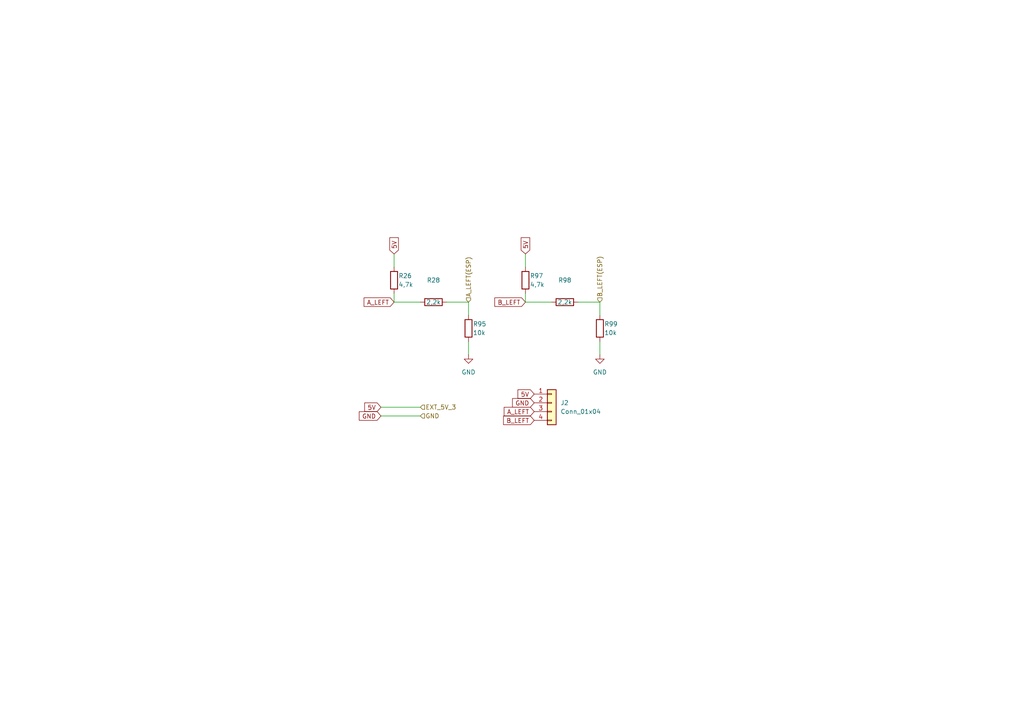
<source format=kicad_sch>
(kicad_sch (version 20230121) (generator eeschema)

  (uuid 748de521-c616-489d-91ba-4f2e48e8770b)

  (paper "A4")

  (title_block
    (rev "1")
  )

  (lib_symbols
    (symbol "Connector_Generic:Conn_01x04" (pin_names (offset 1.016) hide) (in_bom yes) (on_board yes)
      (property "Reference" "J" (at 0 5.08 0)
        (effects (font (size 1.27 1.27)))
      )
      (property "Value" "Conn_01x04" (at 0 -7.62 0)
        (effects (font (size 1.27 1.27)))
      )
      (property "Footprint" "" (at 0 0 0)
        (effects (font (size 1.27 1.27)) hide)
      )
      (property "Datasheet" "~" (at 0 0 0)
        (effects (font (size 1.27 1.27)) hide)
      )
      (property "ki_keywords" "connector" (at 0 0 0)
        (effects (font (size 1.27 1.27)) hide)
      )
      (property "ki_description" "Generic connector, single row, 01x04, script generated (kicad-library-utils/schlib/autogen/connector/)" (at 0 0 0)
        (effects (font (size 1.27 1.27)) hide)
      )
      (property "ki_fp_filters" "Connector*:*_1x??_*" (at 0 0 0)
        (effects (font (size 1.27 1.27)) hide)
      )
      (symbol "Conn_01x04_1_1"
        (rectangle (start -1.27 -4.953) (end 0 -5.207)
          (stroke (width 0.1524) (type default))
          (fill (type none))
        )
        (rectangle (start -1.27 -2.413) (end 0 -2.667)
          (stroke (width 0.1524) (type default))
          (fill (type none))
        )
        (rectangle (start -1.27 0.127) (end 0 -0.127)
          (stroke (width 0.1524) (type default))
          (fill (type none))
        )
        (rectangle (start -1.27 2.667) (end 0 2.413)
          (stroke (width 0.1524) (type default))
          (fill (type none))
        )
        (rectangle (start -1.27 3.81) (end 1.27 -6.35)
          (stroke (width 0.254) (type default))
          (fill (type background))
        )
        (pin passive line (at -5.08 2.54 0) (length 3.81)
          (name "Pin_1" (effects (font (size 1.27 1.27))))
          (number "1" (effects (font (size 1.27 1.27))))
        )
        (pin passive line (at -5.08 0 0) (length 3.81)
          (name "Pin_2" (effects (font (size 1.27 1.27))))
          (number "2" (effects (font (size 1.27 1.27))))
        )
        (pin passive line (at -5.08 -2.54 0) (length 3.81)
          (name "Pin_3" (effects (font (size 1.27 1.27))))
          (number "3" (effects (font (size 1.27 1.27))))
        )
        (pin passive line (at -5.08 -5.08 0) (length 3.81)
          (name "Pin_4" (effects (font (size 1.27 1.27))))
          (number "4" (effects (font (size 1.27 1.27))))
        )
      )
    )
    (symbol "Device:R" (pin_numbers hide) (pin_names (offset 0)) (in_bom yes) (on_board yes)
      (property "Reference" "R" (at 2.032 0 90)
        (effects (font (size 1.27 1.27)))
      )
      (property "Value" "R" (at 0 0 90)
        (effects (font (size 1.27 1.27)))
      )
      (property "Footprint" "" (at -1.778 0 90)
        (effects (font (size 1.27 1.27)) hide)
      )
      (property "Datasheet" "~" (at 0 0 0)
        (effects (font (size 1.27 1.27)) hide)
      )
      (property "ki_keywords" "R res resistor" (at 0 0 0)
        (effects (font (size 1.27 1.27)) hide)
      )
      (property "ki_description" "Resistor" (at 0 0 0)
        (effects (font (size 1.27 1.27)) hide)
      )
      (property "ki_fp_filters" "R_*" (at 0 0 0)
        (effects (font (size 1.27 1.27)) hide)
      )
      (symbol "R_0_1"
        (rectangle (start -1.016 -2.54) (end 1.016 2.54)
          (stroke (width 0.254) (type default))
          (fill (type none))
        )
      )
      (symbol "R_1_1"
        (pin passive line (at 0 3.81 270) (length 1.27)
          (name "~" (effects (font (size 1.27 1.27))))
          (number "1" (effects (font (size 1.27 1.27))))
        )
        (pin passive line (at 0 -3.81 90) (length 1.27)
          (name "~" (effects (font (size 1.27 1.27))))
          (number "2" (effects (font (size 1.27 1.27))))
        )
      )
    )
    (symbol "power:GND" (power) (pin_names (offset 0)) (in_bom yes) (on_board yes)
      (property "Reference" "#PWR" (at 0 -6.35 0)
        (effects (font (size 1.27 1.27)) hide)
      )
      (property "Value" "GND" (at 0 -3.81 0)
        (effects (font (size 1.27 1.27)))
      )
      (property "Footprint" "" (at 0 0 0)
        (effects (font (size 1.27 1.27)) hide)
      )
      (property "Datasheet" "" (at 0 0 0)
        (effects (font (size 1.27 1.27)) hide)
      )
      (property "ki_keywords" "global power" (at 0 0 0)
        (effects (font (size 1.27 1.27)) hide)
      )
      (property "ki_description" "Power symbol creates a global label with name \"GND\" , ground" (at 0 0 0)
        (effects (font (size 1.27 1.27)) hide)
      )
      (symbol "GND_0_1"
        (polyline
          (pts
            (xy 0 0)
            (xy 0 -1.27)
            (xy 1.27 -1.27)
            (xy 0 -2.54)
            (xy -1.27 -1.27)
            (xy 0 -1.27)
          )
          (stroke (width 0) (type default))
          (fill (type none))
        )
      )
      (symbol "GND_1_1"
        (pin power_in line (at 0 0 270) (length 0) hide
          (name "GND" (effects (font (size 1.27 1.27))))
          (number "1" (effects (font (size 1.27 1.27))))
        )
      )
    )
  )


  (wire (pts (xy 114.3 73.66) (xy 114.3 77.47))
    (stroke (width 0) (type default))
    (uuid 0443fb02-a255-42e7-8488-ebb7752c09a9)
  )
  (wire (pts (xy 173.99 87.63) (xy 173.99 91.44))
    (stroke (width 0) (type default))
    (uuid 04de106c-3fb7-43c9-aab3-64a99f56ea0e)
  )
  (wire (pts (xy 152.4 87.63) (xy 160.02 87.63))
    (stroke (width 0) (type default))
    (uuid 1d63a295-ab06-4090-a474-ec6b1ae4cc40)
  )
  (wire (pts (xy 152.4 85.09) (xy 152.4 87.63))
    (stroke (width 0) (type default))
    (uuid 30cc6037-563c-4a08-b69b-26aa62553d9e)
  )
  (wire (pts (xy 110.49 120.65) (xy 121.92 120.65))
    (stroke (width 0) (type default))
    (uuid 3ca18474-fc55-4858-945e-67d4bf833455)
  )
  (wire (pts (xy 129.54 87.63) (xy 135.89 87.63))
    (stroke (width 0) (type default))
    (uuid 6faf81ed-16ad-48f1-abad-20999fb6f3fc)
  )
  (wire (pts (xy 152.4 73.66) (xy 152.4 77.47))
    (stroke (width 0) (type default))
    (uuid 71e61cae-b9b5-40d0-8a28-111b71ff1ad0)
  )
  (wire (pts (xy 135.89 99.06) (xy 135.89 102.87))
    (stroke (width 0) (type default))
    (uuid 7ab17615-c5c4-4dc8-8e4d-621e57ffcff5)
  )
  (wire (pts (xy 114.3 87.63) (xy 121.92 87.63))
    (stroke (width 0) (type default))
    (uuid 928de737-5d48-4020-8a52-def68426a3a2)
  )
  (wire (pts (xy 167.64 87.63) (xy 173.99 87.63))
    (stroke (width 0) (type default))
    (uuid a15667a0-b4b2-4201-b669-9050ea63ad20)
  )
  (wire (pts (xy 110.49 118.11) (xy 121.92 118.11))
    (stroke (width 0) (type default))
    (uuid d9af370e-22f6-4826-8c99-a867623b0081)
  )
  (wire (pts (xy 135.89 87.63) (xy 135.89 91.44))
    (stroke (width 0) (type default))
    (uuid db2c68a1-4f78-42be-a6c5-46a1d4915b9c)
  )
  (wire (pts (xy 114.3 85.09) (xy 114.3 87.63))
    (stroke (width 0) (type default))
    (uuid ea1533cd-1aa1-4d9c-8b4d-f622b81c60c5)
  )
  (wire (pts (xy 173.99 99.06) (xy 173.99 102.87))
    (stroke (width 0) (type default))
    (uuid fb602e5d-79f5-4b50-a639-6ff97d02a581)
  )

  (global_label "A_LEFT" (shape input) (at 154.94 119.38 180) (fields_autoplaced)
    (effects (font (size 1.27 1.27)) (justify right))
    (uuid 0e79fe52-1396-4f3c-9cc4-ad232c11e7ec)
    (property "Intersheetrefs" "${INTERSHEET_REFS}" (at 145.6653 119.38 0)
      (effects (font (size 1.27 1.27)) (justify right) hide)
    )
  )
  (global_label "5V" (shape input) (at 152.4 73.66 90) (fields_autoplaced)
    (effects (font (size 1.27 1.27)) (justify left))
    (uuid 1c2cd18f-41fa-4dfb-95f5-a8d57fdc5b82)
    (property "Intersheetrefs" "${INTERSHEET_REFS}" (at 152.4 68.3767 90)
      (effects (font (size 1.27 1.27)) (justify left) hide)
    )
  )
  (global_label "5V" (shape input) (at 110.49 118.11 180) (fields_autoplaced)
    (effects (font (size 1.27 1.27)) (justify right))
    (uuid 22788313-2d5d-45aa-9207-70d600c49752)
    (property "Intersheetrefs" "${INTERSHEET_REFS}" (at 105.2067 118.11 0)
      (effects (font (size 1.27 1.27)) (justify right) hide)
    )
  )
  (global_label "5V" (shape input) (at 114.3 73.66 90) (fields_autoplaced)
    (effects (font (size 1.27 1.27)) (justify left))
    (uuid 8b29737c-9534-4a6f-a10b-33664ae34f17)
    (property "Intersheetrefs" "${INTERSHEET_REFS}" (at 114.3 68.3767 90)
      (effects (font (size 1.27 1.27)) (justify left) hide)
    )
  )
  (global_label "GND" (shape input) (at 110.49 120.65 180) (fields_autoplaced)
    (effects (font (size 1.27 1.27)) (justify right))
    (uuid ab1f6dc7-8095-4028-973a-eef7c652dae5)
    (property "Intersheetrefs" "${INTERSHEET_REFS}" (at 103.6343 120.65 0)
      (effects (font (size 1.27 1.27)) (justify right) hide)
    )
  )
  (global_label "B_LEFT" (shape input) (at 154.94 121.92 180) (fields_autoplaced)
    (effects (font (size 1.27 1.27)) (justify right))
    (uuid bc3c0ac9-5f38-4a22-b2fa-fdf81d693434)
    (property "Intersheetrefs" "${INTERSHEET_REFS}" (at 145.4839 121.92 0)
      (effects (font (size 1.27 1.27)) (justify right) hide)
    )
  )
  (global_label "GND" (shape input) (at 154.94 116.84 180) (fields_autoplaced)
    (effects (font (size 1.27 1.27)) (justify right))
    (uuid c27021c4-27ca-43db-a8cf-c3256bf596b5)
    (property "Intersheetrefs" "${INTERSHEET_REFS}" (at 148.0843 116.84 0)
      (effects (font (size 1.27 1.27)) (justify right) hide)
    )
  )
  (global_label "B_LEFT" (shape input) (at 152.4 87.63 180) (fields_autoplaced)
    (effects (font (size 1.27 1.27)) (justify right))
    (uuid ce6af158-90c5-4b0f-bee5-ed7382a81349)
    (property "Intersheetrefs" "${INTERSHEET_REFS}" (at 142.9439 87.63 0)
      (effects (font (size 1.27 1.27)) (justify right) hide)
    )
  )
  (global_label "5V" (shape input) (at 154.94 114.3 180) (fields_autoplaced)
    (effects (font (size 1.27 1.27)) (justify right))
    (uuid e09fdc90-179d-4c48-8238-e683a0b48766)
    (property "Intersheetrefs" "${INTERSHEET_REFS}" (at 149.6567 114.3 0)
      (effects (font (size 1.27 1.27)) (justify right) hide)
    )
  )
  (global_label "A_LEFT" (shape input) (at 114.3 87.63 180) (fields_autoplaced)
    (effects (font (size 1.27 1.27)) (justify right))
    (uuid fb89df03-4af2-41fe-a186-117558577312)
    (property "Intersheetrefs" "${INTERSHEET_REFS}" (at 105.0253 87.63 0)
      (effects (font (size 1.27 1.27)) (justify right) hide)
    )
  )

  (hierarchical_label "EXT_5V_3" (shape input) (at 121.92 118.11 0) (fields_autoplaced)
    (effects (font (size 1.27 1.27)) (justify left))
    (uuid 1e435006-581f-477f-b115-cb97faf133e1)
  )
  (hierarchical_label "GND" (shape input) (at 121.92 120.65 0) (fields_autoplaced)
    (effects (font (size 1.27 1.27)) (justify left))
    (uuid 6dd1343c-3917-465a-9f46-02aa36f38d8b)
  )
  (hierarchical_label "A_LEFT(ESP)" (shape input) (at 135.89 87.63 90) (fields_autoplaced)
    (effects (font (size 1.27 1.27)) (justify left))
    (uuid 80ba469e-ff62-476d-866a-2aefee6aaaad)
  )
  (hierarchical_label "B_LEFT(ESP)" (shape input) (at 173.99 87.63 90) (fields_autoplaced)
    (effects (font (size 1.27 1.27)) (justify left))
    (uuid 89ee4896-762b-486a-a939-4c94752131cb)
  )

  (symbol (lib_id "Device:R") (at 135.89 95.25 180) (unit 1)
    (in_bom yes) (on_board yes) (dnp no)
    (uuid 021cd927-758a-4711-8900-8f930b0c49f1)
    (property "Reference" "R95" (at 137.16 93.98 0)
      (effects (font (size 1.27 1.27)) (justify right))
    )
    (property "Value" "10k" (at 137.16 96.52 0)
      (effects (font (size 1.27 1.27)) (justify right))
    )
    (property "Footprint" "Resistor_SMD:R_0603_1608Metric_Pad0.98x0.95mm_HandSolder" (at 137.668 95.25 90)
      (effects (font (size 1.27 1.27)) hide)
    )
    (property "Datasheet" "~" (at 135.89 95.25 0)
      (effects (font (size 1.27 1.27)) hide)
    )
    (pin "1" (uuid f089bb51-19ef-4db1-bfb7-1ce1c647c184))
    (pin "2" (uuid f7165b93-6b52-463e-adf6-fd8abca3b3b5))
    (instances
      (project "fred_v3"
        (path "/210292b2-d6ba-424c-bd40-e4a2be18eb8d/b54a5b77-6097-4562-9836-27b2c01ae506/5cdf7880-e3fa-482c-80b2-fdd5eafd5cc8"
          (reference "R95") (unit 1)
        )
        (path "/210292b2-d6ba-424c-bd40-e4a2be18eb8d/b54a5b77-6097-4562-9836-27b2c01ae506"
          (reference "R102") (unit 1)
        )
      )
    )
  )

  (symbol (lib_id "Connector_Generic:Conn_01x04") (at 160.02 116.84 0) (unit 1)
    (in_bom yes) (on_board yes) (dnp no) (fields_autoplaced)
    (uuid 27b177cb-e19d-4eb7-96f0-99ad0631565a)
    (property "Reference" "J2" (at 162.56 116.84 0)
      (effects (font (size 1.27 1.27)) (justify left))
    )
    (property "Value" "Conn_01x04" (at 162.56 119.38 0)
      (effects (font (size 1.27 1.27)) (justify left))
    )
    (property "Footprint" "Connector_JST:JST_EH_S4B-EH_1x04_P2.50mm_Horizontal" (at 160.02 116.84 0)
      (effects (font (size 1.27 1.27)) hide)
    )
    (property "Datasheet" "~" (at 160.02 116.84 0)
      (effects (font (size 1.27 1.27)) hide)
    )
    (pin "1" (uuid c17ff56e-8969-4ac7-82af-4ec3787c515f))
    (pin "2" (uuid f136e4cf-f240-43da-a435-6477f6df721c))
    (pin "3" (uuid 6ea09ab8-b4ba-4c4c-a4cd-6873ed794c2b))
    (pin "4" (uuid 3d21a40d-31d6-4a84-8dd9-59dc39df5706))
    (instances
      (project "fred_v3"
        (path "/210292b2-d6ba-424c-bd40-e4a2be18eb8d/b54a5b77-6097-4562-9836-27b2c01ae506/5cdf7880-e3fa-482c-80b2-fdd5eafd5cc8"
          (reference "J2") (unit 1)
        )
        (path "/210292b2-d6ba-424c-bd40-e4a2be18eb8d/b54a5b77-6097-4562-9836-27b2c01ae506"
          (reference "J3") (unit 1)
        )
      )
    )
  )

  (symbol (lib_id "Device:R") (at 152.4 81.28 180) (unit 1)
    (in_bom yes) (on_board yes) (dnp no)
    (uuid 4c6429fe-9e50-400c-84c0-b343436bd348)
    (property "Reference" "R97" (at 153.67 80.01 0)
      (effects (font (size 1.27 1.27)) (justify right))
    )
    (property "Value" "4,7k" (at 153.67 82.55 0)
      (effects (font (size 1.27 1.27)) (justify right))
    )
    (property "Footprint" "Resistor_SMD:R_0603_1608Metric_Pad0.98x0.95mm_HandSolder" (at 154.178 81.28 90)
      (effects (font (size 1.27 1.27)) hide)
    )
    (property "Datasheet" "~" (at 152.4 81.28 0)
      (effects (font (size 1.27 1.27)) hide)
    )
    (pin "1" (uuid b09187a7-407f-46a7-8c60-ad3ee3a4e06f))
    (pin "2" (uuid aa4f0d2d-7a3c-4657-94ee-e7c07dd4d55d))
    (instances
      (project "fred_v3"
        (path "/210292b2-d6ba-424c-bd40-e4a2be18eb8d/b54a5b77-6097-4562-9836-27b2c01ae506/5cdf7880-e3fa-482c-80b2-fdd5eafd5cc8"
          (reference "R97") (unit 1)
        )
        (path "/210292b2-d6ba-424c-bd40-e4a2be18eb8d/b54a5b77-6097-4562-9836-27b2c01ae506"
          (reference "R103") (unit 1)
        )
      )
    )
  )

  (symbol (lib_id "Device:R") (at 114.3 81.28 180) (unit 1)
    (in_bom yes) (on_board yes) (dnp no)
    (uuid 7565ff28-3eac-4672-b6ca-42578b4e6c3a)
    (property "Reference" "R26" (at 115.57 80.01 0)
      (effects (font (size 1.27 1.27)) (justify right))
    )
    (property "Value" "4,7k" (at 115.57 82.55 0)
      (effects (font (size 1.27 1.27)) (justify right))
    )
    (property "Footprint" "Resistor_SMD:R_0603_1608Metric_Pad0.98x0.95mm_HandSolder" (at 116.078 81.28 90)
      (effects (font (size 1.27 1.27)) hide)
    )
    (property "Datasheet" "~" (at 114.3 81.28 0)
      (effects (font (size 1.27 1.27)) hide)
    )
    (pin "1" (uuid 27b6520d-a6d0-4de2-a174-89b131ca16e2))
    (pin "2" (uuid 276327f0-8a1d-4169-8499-6ce0dee70806))
    (instances
      (project "fred_v3"
        (path "/210292b2-d6ba-424c-bd40-e4a2be18eb8d/b54a5b77-6097-4562-9836-27b2c01ae506/5cdf7880-e3fa-482c-80b2-fdd5eafd5cc8"
          (reference "R26") (unit 1)
        )
        (path "/210292b2-d6ba-424c-bd40-e4a2be18eb8d/b54a5b77-6097-4562-9836-27b2c01ae506"
          (reference "R100") (unit 1)
        )
      )
    )
  )

  (symbol (lib_id "power:GND") (at 173.99 102.87 0) (unit 1)
    (in_bom yes) (on_board yes) (dnp no) (fields_autoplaced)
    (uuid 8b9e54d4-3ceb-4e0c-b4fb-a00a6b131ae0)
    (property "Reference" "#PWR064" (at 173.99 109.22 0)
      (effects (font (size 1.27 1.27)) hide)
    )
    (property "Value" "GND" (at 173.99 107.95 0)
      (effects (font (size 1.27 1.27)))
    )
    (property "Footprint" "" (at 173.99 102.87 0)
      (effects (font (size 1.27 1.27)) hide)
    )
    (property "Datasheet" "" (at 173.99 102.87 0)
      (effects (font (size 1.27 1.27)) hide)
    )
    (pin "1" (uuid 06c9dea3-3628-44bd-8b1a-3b55dbf805f6))
    (instances
      (project "fred_v3"
        (path "/210292b2-d6ba-424c-bd40-e4a2be18eb8d/b54a5b77-6097-4562-9836-27b2c01ae506/5cdf7880-e3fa-482c-80b2-fdd5eafd5cc8"
          (reference "#PWR064") (unit 1)
        )
        (path "/210292b2-d6ba-424c-bd40-e4a2be18eb8d/b54a5b77-6097-4562-9836-27b2c01ae506"
          (reference "#PWR0135") (unit 1)
        )
      )
    )
  )

  (symbol (lib_id "Device:R") (at 125.73 87.63 90) (unit 1)
    (in_bom yes) (on_board yes) (dnp no)
    (uuid 8caee37d-8e10-4674-af2d-949607fc74f8)
    (property "Reference" "R28" (at 125.73 81.28 90)
      (effects (font (size 1.27 1.27)))
    )
    (property "Value" "2,2k" (at 125.73 87.63 90)
      (effects (font (size 1.27 1.27)))
    )
    (property "Footprint" "Resistor_SMD:R_0603_1608Metric_Pad0.98x0.95mm_HandSolder" (at 125.73 89.408 90)
      (effects (font (size 1.27 1.27)) hide)
    )
    (property "Datasheet" "~" (at 125.73 87.63 0)
      (effects (font (size 1.27 1.27)) hide)
    )
    (pin "1" (uuid 04ee047a-0002-4661-a502-9fde380be8b1))
    (pin "2" (uuid a2b158ea-923c-430f-a0fd-98cb3c284e86))
    (instances
      (project "fred_v3"
        (path "/210292b2-d6ba-424c-bd40-e4a2be18eb8d/b54a5b77-6097-4562-9836-27b2c01ae506/5cdf7880-e3fa-482c-80b2-fdd5eafd5cc8"
          (reference "R28") (unit 1)
        )
        (path "/210292b2-d6ba-424c-bd40-e4a2be18eb8d/b54a5b77-6097-4562-9836-27b2c01ae506"
          (reference "R101") (unit 1)
        )
      )
    )
  )

  (symbol (lib_id "Device:R") (at 163.83 87.63 90) (unit 1)
    (in_bom yes) (on_board yes) (dnp no)
    (uuid 96757b2b-eda8-4062-b555-e39fc809c020)
    (property "Reference" "R98" (at 163.83 81.28 90)
      (effects (font (size 1.27 1.27)))
    )
    (property "Value" "2,2k" (at 163.83 87.63 90)
      (effects (font (size 1.27 1.27)))
    )
    (property "Footprint" "Resistor_SMD:R_0603_1608Metric_Pad0.98x0.95mm_HandSolder" (at 163.83 89.408 90)
      (effects (font (size 1.27 1.27)) hide)
    )
    (property "Datasheet" "~" (at 163.83 87.63 0)
      (effects (font (size 1.27 1.27)) hide)
    )
    (pin "1" (uuid c59a6341-9df7-4f81-9941-5a54ae8d65e4))
    (pin "2" (uuid 9cc6c6b2-2d50-4565-9c83-a3f1ef7f96ed))
    (instances
      (project "fred_v3"
        (path "/210292b2-d6ba-424c-bd40-e4a2be18eb8d/b54a5b77-6097-4562-9836-27b2c01ae506/5cdf7880-e3fa-482c-80b2-fdd5eafd5cc8"
          (reference "R98") (unit 1)
        )
        (path "/210292b2-d6ba-424c-bd40-e4a2be18eb8d/b54a5b77-6097-4562-9836-27b2c01ae506"
          (reference "R104") (unit 1)
        )
      )
    )
  )

  (symbol (lib_id "Device:R") (at 173.99 95.25 180) (unit 1)
    (in_bom yes) (on_board yes) (dnp no)
    (uuid f1121975-7531-4cd4-ac13-757157d02ccd)
    (property "Reference" "R99" (at 175.26 93.98 0)
      (effects (font (size 1.27 1.27)) (justify right))
    )
    (property "Value" "10k" (at 175.26 96.52 0)
      (effects (font (size 1.27 1.27)) (justify right))
    )
    (property "Footprint" "Resistor_SMD:R_0603_1608Metric_Pad0.98x0.95mm_HandSolder" (at 175.768 95.25 90)
      (effects (font (size 1.27 1.27)) hide)
    )
    (property "Datasheet" "~" (at 173.99 95.25 0)
      (effects (font (size 1.27 1.27)) hide)
    )
    (pin "1" (uuid bde63f76-e711-410f-ad0e-f7091fb35bbd))
    (pin "2" (uuid cc46bd48-4c4c-43f5-be84-4d0a8ce2b9a6))
    (instances
      (project "fred_v3"
        (path "/210292b2-d6ba-424c-bd40-e4a2be18eb8d/b54a5b77-6097-4562-9836-27b2c01ae506/5cdf7880-e3fa-482c-80b2-fdd5eafd5cc8"
          (reference "R99") (unit 1)
        )
        (path "/210292b2-d6ba-424c-bd40-e4a2be18eb8d/b54a5b77-6097-4562-9836-27b2c01ae506"
          (reference "R105") (unit 1)
        )
      )
    )
  )

  (symbol (lib_id "power:GND") (at 135.89 102.87 0) (unit 1)
    (in_bom yes) (on_board yes) (dnp no) (fields_autoplaced)
    (uuid fb18d1d0-d613-4632-b100-5353ece87697)
    (property "Reference" "#PWR063" (at 135.89 109.22 0)
      (effects (font (size 1.27 1.27)) hide)
    )
    (property "Value" "GND" (at 135.89 107.95 0)
      (effects (font (size 1.27 1.27)))
    )
    (property "Footprint" "" (at 135.89 102.87 0)
      (effects (font (size 1.27 1.27)) hide)
    )
    (property "Datasheet" "" (at 135.89 102.87 0)
      (effects (font (size 1.27 1.27)) hide)
    )
    (pin "1" (uuid 61af8304-4d09-4032-9b9a-03fa743dfb8e))
    (instances
      (project "fred_v3"
        (path "/210292b2-d6ba-424c-bd40-e4a2be18eb8d/b54a5b77-6097-4562-9836-27b2c01ae506/5cdf7880-e3fa-482c-80b2-fdd5eafd5cc8"
          (reference "#PWR063") (unit 1)
        )
        (path "/210292b2-d6ba-424c-bd40-e4a2be18eb8d/b54a5b77-6097-4562-9836-27b2c01ae506"
          (reference "#PWR0134") (unit 1)
        )
      )
    )
  )
)

</source>
